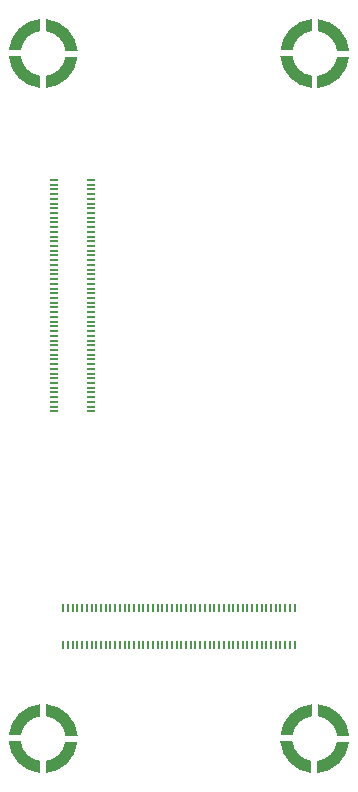
<source format=gbr>
%TF.GenerationSoftware,KiCad,Pcbnew,8.0.4*%
%TF.CreationDate,2024-08-06T12:26:23-05:00*%
%TF.ProjectId,PrintedCoralBoard,5072696e-7465-4644-936f-72616c426f61,rev?*%
%TF.SameCoordinates,Original*%
%TF.FileFunction,Paste,Top*%
%TF.FilePolarity,Positive*%
%FSLAX46Y46*%
G04 Gerber Fmt 4.6, Leading zero omitted, Abs format (unit mm)*
G04 Created by KiCad (PCBNEW 8.0.4) date 2024-08-06 12:26:23*
%MOMM*%
%LPD*%
G01*
G04 APERTURE LIST*
%ADD10C,0.000000*%
%ADD11R,0.200000X0.700000*%
%ADD12R,0.700000X0.200000*%
G04 APERTURE END LIST*
D10*
%TO.C,H2*%
G36*
X54623415Y-6019876D02*
G01*
X54623415Y-6019876D01*
G75*
G03*
X56244104Y-7679874I1880685J214976D01*
G01*
X56244104Y-8709875D01*
G75*
G02*
X53595428Y-6019876I259996J2904975D01*
G01*
X54623415Y-6019876D01*
G37*
G36*
X56291133Y-3888952D02*
G01*
X56291133Y-3888952D01*
G75*
G03*
X54631135Y-5509641I214967J-1880648D01*
G01*
X53601134Y-5509641D01*
G75*
G02*
X56291133Y-2860965I2904996J-259999D01*
G01*
X56291133Y-3888952D01*
G37*
G36*
X59429516Y-6071887D02*
G01*
X59429516Y-6071887D01*
G75*
G02*
X56739517Y-8720563I-2905016J259987D01*
G01*
X56739517Y-7692576D01*
G75*
G03*
X58399515Y-6071887I-215017J1880676D01*
G01*
X59429516Y-6071887D01*
G37*
G36*
X56789292Y-2888934D02*
G01*
X56789292Y-2888934D01*
G75*
G02*
X59437968Y-5578933I-259992J-2904966D01*
G01*
X58409981Y-5578933D01*
G75*
G03*
X56789292Y-3918935I-1880681J-214967D01*
G01*
X56789292Y-2888934D01*
G37*
%TO.C,H4*%
G36*
X54612924Y-64025017D02*
G01*
X54612924Y-64025017D01*
G75*
G03*
X56233613Y-65685015I1880676J215017D01*
G01*
X56233613Y-66715016D01*
G75*
G02*
X53584937Y-64025017I259987J2905016D01*
G01*
X54612924Y-64025017D01*
G37*
G36*
X56285624Y-61908915D02*
G01*
X56285624Y-61908915D01*
G75*
G03*
X54625626Y-63529604I214976J-1880685D01*
G01*
X53595625Y-63529604D01*
G75*
G02*
X56285624Y-60880928I2904975J-259996D01*
G01*
X56285624Y-61908915D01*
G37*
G36*
X59416566Y-64074792D02*
G01*
X59416566Y-64074792D01*
G75*
G02*
X56726567Y-66723468I-2904966J259992D01*
G01*
X56726567Y-65695481D01*
G75*
G03*
X58386565Y-64074792I-214967J1880681D01*
G01*
X59416566Y-64074792D01*
G37*
G36*
X56795859Y-60886634D02*
G01*
X56795859Y-60886634D01*
G75*
G02*
X59444535Y-63576633I-259959J-2904966D01*
G01*
X58416548Y-63576633D01*
G75*
G03*
X56795859Y-61916635I-1880648J-214967D01*
G01*
X56795859Y-60886634D01*
G37*
%TO.C,H3*%
G36*
X31612924Y-64025017D02*
G01*
X31612924Y-64025017D01*
G75*
G03*
X33233613Y-65685015I1880676J215017D01*
G01*
X33233613Y-66715016D01*
G75*
G02*
X30584937Y-64025017I259987J2905016D01*
G01*
X31612924Y-64025017D01*
G37*
G36*
X33285624Y-61908915D02*
G01*
X33285624Y-61908915D01*
G75*
G03*
X31625626Y-63529604I214976J-1880685D01*
G01*
X30595625Y-63529604D01*
G75*
G02*
X33285624Y-60880928I2904975J-259996D01*
G01*
X33285624Y-61908915D01*
G37*
G36*
X36416566Y-64074792D02*
G01*
X36416566Y-64074792D01*
G75*
G02*
X33726567Y-66723468I-2904966J259992D01*
G01*
X33726567Y-65695481D01*
G75*
G03*
X35386565Y-64074792I-214967J1880681D01*
G01*
X36416566Y-64074792D01*
G37*
G36*
X33795859Y-60886634D02*
G01*
X33795859Y-60886634D01*
G75*
G02*
X36444535Y-63576633I-259959J-2904966D01*
G01*
X35416548Y-63576633D01*
G75*
G03*
X33795859Y-61916635I-1880648J-214967D01*
G01*
X33795859Y-60886634D01*
G37*
%TO.C,H1*%
G36*
X31623415Y-6019876D02*
G01*
X31623415Y-6019876D01*
G75*
G03*
X33244104Y-7679874I1880685J214976D01*
G01*
X33244104Y-8709875D01*
G75*
G02*
X30595428Y-6019876I259996J2904975D01*
G01*
X31623415Y-6019876D01*
G37*
G36*
X33291133Y-3888952D02*
G01*
X33291133Y-3888952D01*
G75*
G03*
X31631135Y-5509641I214967J-1880648D01*
G01*
X30601134Y-5509641D01*
G75*
G02*
X33291133Y-2860965I2904996J-259999D01*
G01*
X33291133Y-3888952D01*
G37*
G36*
X36429516Y-6071887D02*
G01*
X36429516Y-6071887D01*
G75*
G02*
X33739517Y-8720563I-2905016J259987D01*
G01*
X33739517Y-7692576D01*
G75*
G03*
X35399515Y-6071887I-215017J1880676D01*
G01*
X36429516Y-6071887D01*
G37*
G36*
X33789292Y-2888934D02*
G01*
X33789292Y-2888934D01*
G75*
G02*
X36437968Y-5578933I-259992J-2904966D01*
G01*
X35409981Y-5578933D01*
G75*
G03*
X33789292Y-3918935I-1880681J-214967D01*
G01*
X33789292Y-2888934D01*
G37*
%TD*%
D11*
%TO.C,J1*%
X54810000Y-55835500D03*
X54810000Y-52755500D03*
X54410000Y-55835500D03*
X54410000Y-52755500D03*
X54010000Y-55835500D03*
X54010000Y-52755500D03*
X53610000Y-55835500D03*
X53610000Y-52755500D03*
X53210000Y-55835500D03*
X53210000Y-52755500D03*
X52810000Y-55835500D03*
X52810000Y-52755500D03*
X52410000Y-55835500D03*
X52410000Y-52755500D03*
X52010000Y-55835500D03*
X52010000Y-52755500D03*
X51610000Y-55835500D03*
X51610000Y-52755500D03*
X51210000Y-55835500D03*
X51210000Y-52755500D03*
X50810000Y-55835500D03*
X50810000Y-52755500D03*
X50410000Y-55835500D03*
X50410000Y-52755500D03*
X50010000Y-55835500D03*
X50010000Y-52755500D03*
X49610000Y-55835500D03*
X49610000Y-52755500D03*
X49210000Y-55835500D03*
X49210000Y-52755500D03*
X48810000Y-55835500D03*
X48810000Y-52755500D03*
X48410000Y-55835500D03*
X48410000Y-52755500D03*
X48010000Y-55835500D03*
X48010000Y-52755500D03*
X47610000Y-55835500D03*
X47610000Y-52755500D03*
X47210000Y-55835500D03*
X47210000Y-52755500D03*
X46810000Y-55835500D03*
X46810000Y-52755500D03*
X46410000Y-55835500D03*
X46410000Y-52755500D03*
X46010000Y-55835500D03*
X46010000Y-52755500D03*
X45610000Y-55835500D03*
X45610000Y-52755500D03*
X45210000Y-55835500D03*
X45210000Y-52755500D03*
X44810000Y-55835500D03*
X44810000Y-52755500D03*
X44410000Y-55835500D03*
X44410000Y-52755500D03*
X44010000Y-55835500D03*
X44010000Y-52755500D03*
X43610000Y-55835500D03*
X43610000Y-52755500D03*
X43210000Y-55835500D03*
X43210000Y-52755500D03*
X42810000Y-55835500D03*
X42810000Y-52755500D03*
X42410000Y-55835500D03*
X42410000Y-52755500D03*
X42010000Y-55835500D03*
X42010000Y-52755500D03*
X41610000Y-55835500D03*
X41610000Y-52755500D03*
X41210000Y-55835500D03*
X41210000Y-52755500D03*
X40810000Y-55835500D03*
X40810000Y-52755500D03*
X40410000Y-55835500D03*
X40410000Y-52755500D03*
X40010000Y-55835500D03*
X40010000Y-52755500D03*
X39610000Y-55835500D03*
X39610000Y-52755500D03*
X39210000Y-55835500D03*
X39210000Y-52755500D03*
X38810000Y-55835500D03*
X38810000Y-52755500D03*
X38410000Y-55835500D03*
X38410000Y-52755500D03*
X38010000Y-55835500D03*
X38010000Y-52755500D03*
X37610000Y-55835500D03*
X37610000Y-52755500D03*
X37210000Y-55835500D03*
X37210000Y-52755500D03*
X36810000Y-55835500D03*
X36810000Y-52755500D03*
X36410000Y-55835500D03*
X36410000Y-52755500D03*
X36010000Y-55835500D03*
X36010000Y-52755500D03*
X35610000Y-55835500D03*
X35610000Y-52755500D03*
X35210000Y-55835500D03*
X35210000Y-52755500D03*
%TD*%
D12*
%TO.C,J2*%
X34470000Y-36095500D03*
X37550000Y-36095500D03*
X34470000Y-35695500D03*
X37550000Y-35695500D03*
X34470000Y-35295500D03*
X37550000Y-35295500D03*
X34470000Y-34895500D03*
X37550000Y-34895500D03*
X34470000Y-34495500D03*
X37550000Y-34495500D03*
X34470000Y-34095500D03*
X37550000Y-34095500D03*
X34470000Y-33695500D03*
X37550000Y-33695500D03*
X34470000Y-33295500D03*
X37550000Y-33295500D03*
X34470000Y-32895500D03*
X37550000Y-32895500D03*
X34470000Y-32495500D03*
X37550000Y-32495500D03*
X34470000Y-32095500D03*
X37550000Y-32095500D03*
X34470000Y-31695500D03*
X37550000Y-31695500D03*
X34470000Y-31295500D03*
X37550000Y-31295500D03*
X34470000Y-30895500D03*
X37550000Y-30895500D03*
X34470000Y-30495500D03*
X37550000Y-30495500D03*
X34470000Y-30095500D03*
X37550000Y-30095500D03*
X34470000Y-29695500D03*
X37550000Y-29695500D03*
X34470000Y-29295500D03*
X37550000Y-29295500D03*
X34470000Y-28895500D03*
X37550000Y-28895500D03*
X34470000Y-28495500D03*
X37550000Y-28495500D03*
X34470000Y-28095500D03*
X37550000Y-28095500D03*
X34470000Y-27695500D03*
X37550000Y-27695500D03*
X34470000Y-27295500D03*
X37550000Y-27295500D03*
X34470000Y-26895500D03*
X37550000Y-26895500D03*
X34470000Y-26495500D03*
X37550000Y-26495500D03*
X34470000Y-26095500D03*
X37550000Y-26095500D03*
X34470000Y-25695500D03*
X37550000Y-25695500D03*
X34470000Y-25295500D03*
X37550000Y-25295500D03*
X34470000Y-24895500D03*
X37550000Y-24895500D03*
X34470000Y-24495500D03*
X37550000Y-24495500D03*
X34470000Y-24095500D03*
X37550000Y-24095500D03*
X34470000Y-23695500D03*
X37550000Y-23695500D03*
X34470000Y-23295500D03*
X37550000Y-23295500D03*
X34470000Y-22895500D03*
X37550000Y-22895500D03*
X34470000Y-22495500D03*
X37550000Y-22495500D03*
X34470000Y-22095500D03*
X37550000Y-22095500D03*
X34470000Y-21695500D03*
X37550000Y-21695500D03*
X34470000Y-21295500D03*
X37550000Y-21295500D03*
X34470000Y-20895500D03*
X37550000Y-20895500D03*
X34470000Y-20495500D03*
X37550000Y-20495500D03*
X34470000Y-20095500D03*
X37550000Y-20095500D03*
X34470000Y-19695500D03*
X37550000Y-19695500D03*
X34470000Y-19295500D03*
X37550000Y-19295500D03*
X34470000Y-18895500D03*
X37550000Y-18895500D03*
X34470000Y-18495500D03*
X37550000Y-18495500D03*
X34470000Y-18095500D03*
X37550000Y-18095500D03*
X34470000Y-17695500D03*
X37550000Y-17695500D03*
X34470000Y-17295500D03*
X37550000Y-17295500D03*
X34470000Y-16895500D03*
X37550000Y-16895500D03*
X34470000Y-16495500D03*
X37550000Y-16495500D03*
%TD*%
M02*

</source>
